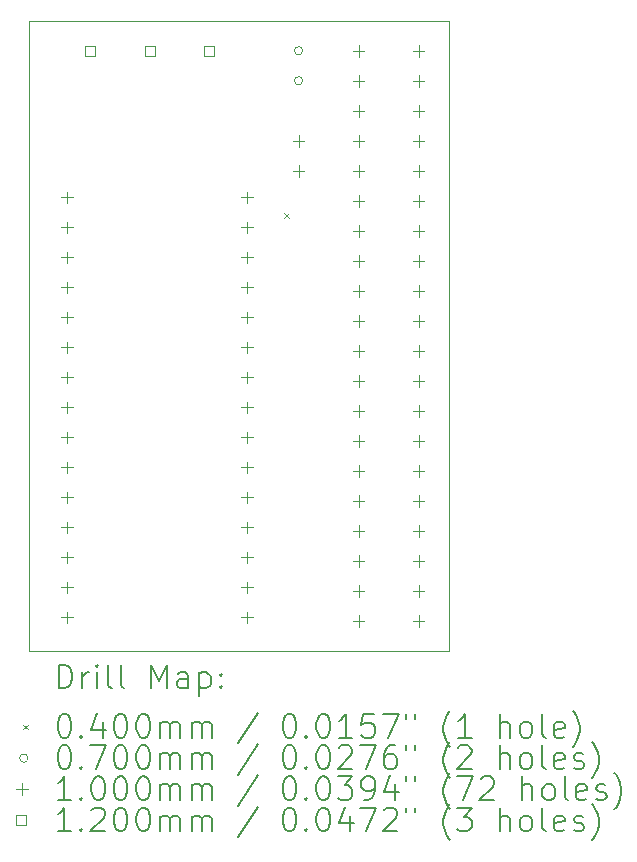
<source format=gbr>
%TF.GenerationSoftware,KiCad,Pcbnew,7.0.9*%
%TF.CreationDate,2023-11-19T21:06:34+01:00*%
%TF.ProjectId,arduino_display_board,61726475-696e-46f5-9f64-6973706c6179,rev?*%
%TF.SameCoordinates,Original*%
%TF.FileFunction,Drillmap*%
%TF.FilePolarity,Positive*%
%FSLAX45Y45*%
G04 Gerber Fmt 4.5, Leading zero omitted, Abs format (unit mm)*
G04 Created by KiCad (PCBNEW 7.0.9) date 2023-11-19 21:06:34*
%MOMM*%
%LPD*%
G01*
G04 APERTURE LIST*
%ADD10C,0.100000*%
%ADD11C,0.200000*%
%ADD12C,0.120000*%
G04 APERTURE END LIST*
D10*
X5080000Y-9398000D02*
X8636000Y-9398000D01*
X5080000Y-4064000D02*
X5080000Y-9398000D01*
X8636000Y-9398000D02*
X8636000Y-4064000D01*
X8636000Y-4064000D02*
X5080000Y-4064000D01*
D11*
D10*
X7243820Y-5695280D02*
X7283820Y-5735280D01*
X7283820Y-5695280D02*
X7243820Y-5735280D01*
X7401000Y-4318000D02*
G75*
G03*
X7401000Y-4318000I-35000J0D01*
G01*
X7401000Y-4572000D02*
G75*
G03*
X7401000Y-4572000I-35000J0D01*
G01*
X5406000Y-5510000D02*
X5406000Y-5610000D01*
X5356000Y-5560000D02*
X5456000Y-5560000D01*
X5406000Y-5764000D02*
X5406000Y-5864000D01*
X5356000Y-5814000D02*
X5456000Y-5814000D01*
X5406000Y-6018000D02*
X5406000Y-6118000D01*
X5356000Y-6068000D02*
X5456000Y-6068000D01*
X5406000Y-6272000D02*
X5406000Y-6372000D01*
X5356000Y-6322000D02*
X5456000Y-6322000D01*
X5406000Y-6526000D02*
X5406000Y-6626000D01*
X5356000Y-6576000D02*
X5456000Y-6576000D01*
X5406000Y-6780000D02*
X5406000Y-6880000D01*
X5356000Y-6830000D02*
X5456000Y-6830000D01*
X5406000Y-7034000D02*
X5406000Y-7134000D01*
X5356000Y-7084000D02*
X5456000Y-7084000D01*
X5406000Y-7288000D02*
X5406000Y-7388000D01*
X5356000Y-7338000D02*
X5456000Y-7338000D01*
X5406000Y-7542000D02*
X5406000Y-7642000D01*
X5356000Y-7592000D02*
X5456000Y-7592000D01*
X5406000Y-7796000D02*
X5406000Y-7896000D01*
X5356000Y-7846000D02*
X5456000Y-7846000D01*
X5406000Y-8050000D02*
X5406000Y-8150000D01*
X5356000Y-8100000D02*
X5456000Y-8100000D01*
X5406000Y-8304000D02*
X5406000Y-8404000D01*
X5356000Y-8354000D02*
X5456000Y-8354000D01*
X5406000Y-8558000D02*
X5406000Y-8658000D01*
X5356000Y-8608000D02*
X5456000Y-8608000D01*
X5406000Y-8812000D02*
X5406000Y-8912000D01*
X5356000Y-8862000D02*
X5456000Y-8862000D01*
X5406000Y-9066000D02*
X5406000Y-9166000D01*
X5356000Y-9116000D02*
X5456000Y-9116000D01*
X6930000Y-5510000D02*
X6930000Y-5610000D01*
X6880000Y-5560000D02*
X6980000Y-5560000D01*
X6930000Y-5764000D02*
X6930000Y-5864000D01*
X6880000Y-5814000D02*
X6980000Y-5814000D01*
X6930000Y-6018000D02*
X6930000Y-6118000D01*
X6880000Y-6068000D02*
X6980000Y-6068000D01*
X6930000Y-6272000D02*
X6930000Y-6372000D01*
X6880000Y-6322000D02*
X6980000Y-6322000D01*
X6930000Y-6526000D02*
X6930000Y-6626000D01*
X6880000Y-6576000D02*
X6980000Y-6576000D01*
X6930000Y-6780000D02*
X6930000Y-6880000D01*
X6880000Y-6830000D02*
X6980000Y-6830000D01*
X6930000Y-7034000D02*
X6930000Y-7134000D01*
X6880000Y-7084000D02*
X6980000Y-7084000D01*
X6930000Y-7288000D02*
X6930000Y-7388000D01*
X6880000Y-7338000D02*
X6980000Y-7338000D01*
X6930000Y-7542000D02*
X6930000Y-7642000D01*
X6880000Y-7592000D02*
X6980000Y-7592000D01*
X6930000Y-7796000D02*
X6930000Y-7896000D01*
X6880000Y-7846000D02*
X6980000Y-7846000D01*
X6930000Y-8050000D02*
X6930000Y-8150000D01*
X6880000Y-8100000D02*
X6980000Y-8100000D01*
X6930000Y-8304000D02*
X6930000Y-8404000D01*
X6880000Y-8354000D02*
X6980000Y-8354000D01*
X6930000Y-8558000D02*
X6930000Y-8658000D01*
X6880000Y-8608000D02*
X6980000Y-8608000D01*
X6930000Y-8812000D02*
X6930000Y-8912000D01*
X6880000Y-8862000D02*
X6980000Y-8862000D01*
X6930000Y-9066000D02*
X6930000Y-9166000D01*
X6880000Y-9116000D02*
X6980000Y-9116000D01*
X7366000Y-5030000D02*
X7366000Y-5130000D01*
X7316000Y-5080000D02*
X7416000Y-5080000D01*
X7366000Y-5284000D02*
X7366000Y-5384000D01*
X7316000Y-5334000D02*
X7416000Y-5334000D01*
X7874000Y-4268000D02*
X7874000Y-4368000D01*
X7824000Y-4318000D02*
X7924000Y-4318000D01*
X7874000Y-4522000D02*
X7874000Y-4622000D01*
X7824000Y-4572000D02*
X7924000Y-4572000D01*
X7874000Y-4776000D02*
X7874000Y-4876000D01*
X7824000Y-4826000D02*
X7924000Y-4826000D01*
X7874000Y-5030000D02*
X7874000Y-5130000D01*
X7824000Y-5080000D02*
X7924000Y-5080000D01*
X7874000Y-5284000D02*
X7874000Y-5384000D01*
X7824000Y-5334000D02*
X7924000Y-5334000D01*
X7874000Y-5538000D02*
X7874000Y-5638000D01*
X7824000Y-5588000D02*
X7924000Y-5588000D01*
X7874000Y-5792000D02*
X7874000Y-5892000D01*
X7824000Y-5842000D02*
X7924000Y-5842000D01*
X7874000Y-6046000D02*
X7874000Y-6146000D01*
X7824000Y-6096000D02*
X7924000Y-6096000D01*
X7874000Y-6300000D02*
X7874000Y-6400000D01*
X7824000Y-6350000D02*
X7924000Y-6350000D01*
X7874000Y-6554000D02*
X7874000Y-6654000D01*
X7824000Y-6604000D02*
X7924000Y-6604000D01*
X7874000Y-6808000D02*
X7874000Y-6908000D01*
X7824000Y-6858000D02*
X7924000Y-6858000D01*
X7874000Y-7062000D02*
X7874000Y-7162000D01*
X7824000Y-7112000D02*
X7924000Y-7112000D01*
X7874000Y-7316000D02*
X7874000Y-7416000D01*
X7824000Y-7366000D02*
X7924000Y-7366000D01*
X7874000Y-7570000D02*
X7874000Y-7670000D01*
X7824000Y-7620000D02*
X7924000Y-7620000D01*
X7874000Y-7824000D02*
X7874000Y-7924000D01*
X7824000Y-7874000D02*
X7924000Y-7874000D01*
X7874000Y-8078000D02*
X7874000Y-8178000D01*
X7824000Y-8128000D02*
X7924000Y-8128000D01*
X7874000Y-8332000D02*
X7874000Y-8432000D01*
X7824000Y-8382000D02*
X7924000Y-8382000D01*
X7874000Y-8586000D02*
X7874000Y-8686000D01*
X7824000Y-8636000D02*
X7924000Y-8636000D01*
X7874000Y-8840000D02*
X7874000Y-8940000D01*
X7824000Y-8890000D02*
X7924000Y-8890000D01*
X7874000Y-9094000D02*
X7874000Y-9194000D01*
X7824000Y-9144000D02*
X7924000Y-9144000D01*
X8382000Y-4268000D02*
X8382000Y-4368000D01*
X8332000Y-4318000D02*
X8432000Y-4318000D01*
X8382000Y-4522000D02*
X8382000Y-4622000D01*
X8332000Y-4572000D02*
X8432000Y-4572000D01*
X8382000Y-4776000D02*
X8382000Y-4876000D01*
X8332000Y-4826000D02*
X8432000Y-4826000D01*
X8382000Y-5030000D02*
X8382000Y-5130000D01*
X8332000Y-5080000D02*
X8432000Y-5080000D01*
X8382000Y-5284000D02*
X8382000Y-5384000D01*
X8332000Y-5334000D02*
X8432000Y-5334000D01*
X8382000Y-5538000D02*
X8382000Y-5638000D01*
X8332000Y-5588000D02*
X8432000Y-5588000D01*
X8382000Y-5792000D02*
X8382000Y-5892000D01*
X8332000Y-5842000D02*
X8432000Y-5842000D01*
X8382000Y-6046000D02*
X8382000Y-6146000D01*
X8332000Y-6096000D02*
X8432000Y-6096000D01*
X8382000Y-6300000D02*
X8382000Y-6400000D01*
X8332000Y-6350000D02*
X8432000Y-6350000D01*
X8382000Y-6554000D02*
X8382000Y-6654000D01*
X8332000Y-6604000D02*
X8432000Y-6604000D01*
X8382000Y-6808000D02*
X8382000Y-6908000D01*
X8332000Y-6858000D02*
X8432000Y-6858000D01*
X8382000Y-7062000D02*
X8382000Y-7162000D01*
X8332000Y-7112000D02*
X8432000Y-7112000D01*
X8382000Y-7316000D02*
X8382000Y-7416000D01*
X8332000Y-7366000D02*
X8432000Y-7366000D01*
X8382000Y-7570000D02*
X8382000Y-7670000D01*
X8332000Y-7620000D02*
X8432000Y-7620000D01*
X8382000Y-7824000D02*
X8382000Y-7924000D01*
X8332000Y-7874000D02*
X8432000Y-7874000D01*
X8382000Y-8078000D02*
X8382000Y-8178000D01*
X8332000Y-8128000D02*
X8432000Y-8128000D01*
X8382000Y-8332000D02*
X8382000Y-8432000D01*
X8332000Y-8382000D02*
X8432000Y-8382000D01*
X8382000Y-8586000D02*
X8382000Y-8686000D01*
X8332000Y-8636000D02*
X8432000Y-8636000D01*
X8382000Y-8840000D02*
X8382000Y-8940000D01*
X8332000Y-8890000D02*
X8432000Y-8890000D01*
X8382000Y-9094000D02*
X8382000Y-9194000D01*
X8332000Y-9144000D02*
X8432000Y-9144000D01*
D12*
X5646427Y-4360427D02*
X5646427Y-4275573D01*
X5561573Y-4275573D01*
X5561573Y-4360427D01*
X5646427Y-4360427D01*
X6146427Y-4360427D02*
X6146427Y-4275573D01*
X6061573Y-4275573D01*
X6061573Y-4360427D01*
X6146427Y-4360427D01*
X6646427Y-4360427D02*
X6646427Y-4275573D01*
X6561573Y-4275573D01*
X6561573Y-4360427D01*
X6646427Y-4360427D01*
D11*
X5335777Y-9714484D02*
X5335777Y-9514484D01*
X5335777Y-9514484D02*
X5383396Y-9514484D01*
X5383396Y-9514484D02*
X5411967Y-9524008D01*
X5411967Y-9524008D02*
X5431015Y-9543055D01*
X5431015Y-9543055D02*
X5440539Y-9562103D01*
X5440539Y-9562103D02*
X5450063Y-9600198D01*
X5450063Y-9600198D02*
X5450063Y-9628770D01*
X5450063Y-9628770D02*
X5440539Y-9666865D01*
X5440539Y-9666865D02*
X5431015Y-9685912D01*
X5431015Y-9685912D02*
X5411967Y-9704960D01*
X5411967Y-9704960D02*
X5383396Y-9714484D01*
X5383396Y-9714484D02*
X5335777Y-9714484D01*
X5535777Y-9714484D02*
X5535777Y-9581150D01*
X5535777Y-9619246D02*
X5545301Y-9600198D01*
X5545301Y-9600198D02*
X5554824Y-9590674D01*
X5554824Y-9590674D02*
X5573872Y-9581150D01*
X5573872Y-9581150D02*
X5592920Y-9581150D01*
X5659586Y-9714484D02*
X5659586Y-9581150D01*
X5659586Y-9514484D02*
X5650062Y-9524008D01*
X5650062Y-9524008D02*
X5659586Y-9533531D01*
X5659586Y-9533531D02*
X5669110Y-9524008D01*
X5669110Y-9524008D02*
X5659586Y-9514484D01*
X5659586Y-9514484D02*
X5659586Y-9533531D01*
X5783396Y-9714484D02*
X5764348Y-9704960D01*
X5764348Y-9704960D02*
X5754824Y-9685912D01*
X5754824Y-9685912D02*
X5754824Y-9514484D01*
X5888158Y-9714484D02*
X5869110Y-9704960D01*
X5869110Y-9704960D02*
X5859586Y-9685912D01*
X5859586Y-9685912D02*
X5859586Y-9514484D01*
X6116729Y-9714484D02*
X6116729Y-9514484D01*
X6116729Y-9514484D02*
X6183396Y-9657341D01*
X6183396Y-9657341D02*
X6250062Y-9514484D01*
X6250062Y-9514484D02*
X6250062Y-9714484D01*
X6431015Y-9714484D02*
X6431015Y-9609722D01*
X6431015Y-9609722D02*
X6421491Y-9590674D01*
X6421491Y-9590674D02*
X6402443Y-9581150D01*
X6402443Y-9581150D02*
X6364348Y-9581150D01*
X6364348Y-9581150D02*
X6345301Y-9590674D01*
X6431015Y-9704960D02*
X6411967Y-9714484D01*
X6411967Y-9714484D02*
X6364348Y-9714484D01*
X6364348Y-9714484D02*
X6345301Y-9704960D01*
X6345301Y-9704960D02*
X6335777Y-9685912D01*
X6335777Y-9685912D02*
X6335777Y-9666865D01*
X6335777Y-9666865D02*
X6345301Y-9647817D01*
X6345301Y-9647817D02*
X6364348Y-9638293D01*
X6364348Y-9638293D02*
X6411967Y-9638293D01*
X6411967Y-9638293D02*
X6431015Y-9628770D01*
X6526253Y-9581150D02*
X6526253Y-9781150D01*
X6526253Y-9590674D02*
X6545301Y-9581150D01*
X6545301Y-9581150D02*
X6583396Y-9581150D01*
X6583396Y-9581150D02*
X6602443Y-9590674D01*
X6602443Y-9590674D02*
X6611967Y-9600198D01*
X6611967Y-9600198D02*
X6621491Y-9619246D01*
X6621491Y-9619246D02*
X6621491Y-9676389D01*
X6621491Y-9676389D02*
X6611967Y-9695436D01*
X6611967Y-9695436D02*
X6602443Y-9704960D01*
X6602443Y-9704960D02*
X6583396Y-9714484D01*
X6583396Y-9714484D02*
X6545301Y-9714484D01*
X6545301Y-9714484D02*
X6526253Y-9704960D01*
X6707205Y-9695436D02*
X6716729Y-9704960D01*
X6716729Y-9704960D02*
X6707205Y-9714484D01*
X6707205Y-9714484D02*
X6697682Y-9704960D01*
X6697682Y-9704960D02*
X6707205Y-9695436D01*
X6707205Y-9695436D02*
X6707205Y-9714484D01*
X6707205Y-9590674D02*
X6716729Y-9600198D01*
X6716729Y-9600198D02*
X6707205Y-9609722D01*
X6707205Y-9609722D02*
X6697682Y-9600198D01*
X6697682Y-9600198D02*
X6707205Y-9590674D01*
X6707205Y-9590674D02*
X6707205Y-9609722D01*
D10*
X5035000Y-10023000D02*
X5075000Y-10063000D01*
X5075000Y-10023000D02*
X5035000Y-10063000D01*
D11*
X5373872Y-9934484D02*
X5392920Y-9934484D01*
X5392920Y-9934484D02*
X5411967Y-9944008D01*
X5411967Y-9944008D02*
X5421491Y-9953531D01*
X5421491Y-9953531D02*
X5431015Y-9972579D01*
X5431015Y-9972579D02*
X5440539Y-10010674D01*
X5440539Y-10010674D02*
X5440539Y-10058293D01*
X5440539Y-10058293D02*
X5431015Y-10096389D01*
X5431015Y-10096389D02*
X5421491Y-10115436D01*
X5421491Y-10115436D02*
X5411967Y-10124960D01*
X5411967Y-10124960D02*
X5392920Y-10134484D01*
X5392920Y-10134484D02*
X5373872Y-10134484D01*
X5373872Y-10134484D02*
X5354824Y-10124960D01*
X5354824Y-10124960D02*
X5345301Y-10115436D01*
X5345301Y-10115436D02*
X5335777Y-10096389D01*
X5335777Y-10096389D02*
X5326253Y-10058293D01*
X5326253Y-10058293D02*
X5326253Y-10010674D01*
X5326253Y-10010674D02*
X5335777Y-9972579D01*
X5335777Y-9972579D02*
X5345301Y-9953531D01*
X5345301Y-9953531D02*
X5354824Y-9944008D01*
X5354824Y-9944008D02*
X5373872Y-9934484D01*
X5526253Y-10115436D02*
X5535777Y-10124960D01*
X5535777Y-10124960D02*
X5526253Y-10134484D01*
X5526253Y-10134484D02*
X5516729Y-10124960D01*
X5516729Y-10124960D02*
X5526253Y-10115436D01*
X5526253Y-10115436D02*
X5526253Y-10134484D01*
X5707205Y-10001150D02*
X5707205Y-10134484D01*
X5659586Y-9924960D02*
X5611967Y-10067817D01*
X5611967Y-10067817D02*
X5735777Y-10067817D01*
X5850062Y-9934484D02*
X5869110Y-9934484D01*
X5869110Y-9934484D02*
X5888158Y-9944008D01*
X5888158Y-9944008D02*
X5897682Y-9953531D01*
X5897682Y-9953531D02*
X5907205Y-9972579D01*
X5907205Y-9972579D02*
X5916729Y-10010674D01*
X5916729Y-10010674D02*
X5916729Y-10058293D01*
X5916729Y-10058293D02*
X5907205Y-10096389D01*
X5907205Y-10096389D02*
X5897682Y-10115436D01*
X5897682Y-10115436D02*
X5888158Y-10124960D01*
X5888158Y-10124960D02*
X5869110Y-10134484D01*
X5869110Y-10134484D02*
X5850062Y-10134484D01*
X5850062Y-10134484D02*
X5831015Y-10124960D01*
X5831015Y-10124960D02*
X5821491Y-10115436D01*
X5821491Y-10115436D02*
X5811967Y-10096389D01*
X5811967Y-10096389D02*
X5802443Y-10058293D01*
X5802443Y-10058293D02*
X5802443Y-10010674D01*
X5802443Y-10010674D02*
X5811967Y-9972579D01*
X5811967Y-9972579D02*
X5821491Y-9953531D01*
X5821491Y-9953531D02*
X5831015Y-9944008D01*
X5831015Y-9944008D02*
X5850062Y-9934484D01*
X6040539Y-9934484D02*
X6059586Y-9934484D01*
X6059586Y-9934484D02*
X6078634Y-9944008D01*
X6078634Y-9944008D02*
X6088158Y-9953531D01*
X6088158Y-9953531D02*
X6097682Y-9972579D01*
X6097682Y-9972579D02*
X6107205Y-10010674D01*
X6107205Y-10010674D02*
X6107205Y-10058293D01*
X6107205Y-10058293D02*
X6097682Y-10096389D01*
X6097682Y-10096389D02*
X6088158Y-10115436D01*
X6088158Y-10115436D02*
X6078634Y-10124960D01*
X6078634Y-10124960D02*
X6059586Y-10134484D01*
X6059586Y-10134484D02*
X6040539Y-10134484D01*
X6040539Y-10134484D02*
X6021491Y-10124960D01*
X6021491Y-10124960D02*
X6011967Y-10115436D01*
X6011967Y-10115436D02*
X6002443Y-10096389D01*
X6002443Y-10096389D02*
X5992920Y-10058293D01*
X5992920Y-10058293D02*
X5992920Y-10010674D01*
X5992920Y-10010674D02*
X6002443Y-9972579D01*
X6002443Y-9972579D02*
X6011967Y-9953531D01*
X6011967Y-9953531D02*
X6021491Y-9944008D01*
X6021491Y-9944008D02*
X6040539Y-9934484D01*
X6192920Y-10134484D02*
X6192920Y-10001150D01*
X6192920Y-10020198D02*
X6202443Y-10010674D01*
X6202443Y-10010674D02*
X6221491Y-10001150D01*
X6221491Y-10001150D02*
X6250063Y-10001150D01*
X6250063Y-10001150D02*
X6269110Y-10010674D01*
X6269110Y-10010674D02*
X6278634Y-10029722D01*
X6278634Y-10029722D02*
X6278634Y-10134484D01*
X6278634Y-10029722D02*
X6288158Y-10010674D01*
X6288158Y-10010674D02*
X6307205Y-10001150D01*
X6307205Y-10001150D02*
X6335777Y-10001150D01*
X6335777Y-10001150D02*
X6354824Y-10010674D01*
X6354824Y-10010674D02*
X6364348Y-10029722D01*
X6364348Y-10029722D02*
X6364348Y-10134484D01*
X6459586Y-10134484D02*
X6459586Y-10001150D01*
X6459586Y-10020198D02*
X6469110Y-10010674D01*
X6469110Y-10010674D02*
X6488158Y-10001150D01*
X6488158Y-10001150D02*
X6516729Y-10001150D01*
X6516729Y-10001150D02*
X6535777Y-10010674D01*
X6535777Y-10010674D02*
X6545301Y-10029722D01*
X6545301Y-10029722D02*
X6545301Y-10134484D01*
X6545301Y-10029722D02*
X6554824Y-10010674D01*
X6554824Y-10010674D02*
X6573872Y-10001150D01*
X6573872Y-10001150D02*
X6602443Y-10001150D01*
X6602443Y-10001150D02*
X6621491Y-10010674D01*
X6621491Y-10010674D02*
X6631015Y-10029722D01*
X6631015Y-10029722D02*
X6631015Y-10134484D01*
X7021491Y-9924960D02*
X6850063Y-10182103D01*
X7278634Y-9934484D02*
X7297682Y-9934484D01*
X7297682Y-9934484D02*
X7316729Y-9944008D01*
X7316729Y-9944008D02*
X7326253Y-9953531D01*
X7326253Y-9953531D02*
X7335777Y-9972579D01*
X7335777Y-9972579D02*
X7345301Y-10010674D01*
X7345301Y-10010674D02*
X7345301Y-10058293D01*
X7345301Y-10058293D02*
X7335777Y-10096389D01*
X7335777Y-10096389D02*
X7326253Y-10115436D01*
X7326253Y-10115436D02*
X7316729Y-10124960D01*
X7316729Y-10124960D02*
X7297682Y-10134484D01*
X7297682Y-10134484D02*
X7278634Y-10134484D01*
X7278634Y-10134484D02*
X7259586Y-10124960D01*
X7259586Y-10124960D02*
X7250063Y-10115436D01*
X7250063Y-10115436D02*
X7240539Y-10096389D01*
X7240539Y-10096389D02*
X7231015Y-10058293D01*
X7231015Y-10058293D02*
X7231015Y-10010674D01*
X7231015Y-10010674D02*
X7240539Y-9972579D01*
X7240539Y-9972579D02*
X7250063Y-9953531D01*
X7250063Y-9953531D02*
X7259586Y-9944008D01*
X7259586Y-9944008D02*
X7278634Y-9934484D01*
X7431015Y-10115436D02*
X7440539Y-10124960D01*
X7440539Y-10124960D02*
X7431015Y-10134484D01*
X7431015Y-10134484D02*
X7421491Y-10124960D01*
X7421491Y-10124960D02*
X7431015Y-10115436D01*
X7431015Y-10115436D02*
X7431015Y-10134484D01*
X7564348Y-9934484D02*
X7583396Y-9934484D01*
X7583396Y-9934484D02*
X7602444Y-9944008D01*
X7602444Y-9944008D02*
X7611967Y-9953531D01*
X7611967Y-9953531D02*
X7621491Y-9972579D01*
X7621491Y-9972579D02*
X7631015Y-10010674D01*
X7631015Y-10010674D02*
X7631015Y-10058293D01*
X7631015Y-10058293D02*
X7621491Y-10096389D01*
X7621491Y-10096389D02*
X7611967Y-10115436D01*
X7611967Y-10115436D02*
X7602444Y-10124960D01*
X7602444Y-10124960D02*
X7583396Y-10134484D01*
X7583396Y-10134484D02*
X7564348Y-10134484D01*
X7564348Y-10134484D02*
X7545301Y-10124960D01*
X7545301Y-10124960D02*
X7535777Y-10115436D01*
X7535777Y-10115436D02*
X7526253Y-10096389D01*
X7526253Y-10096389D02*
X7516729Y-10058293D01*
X7516729Y-10058293D02*
X7516729Y-10010674D01*
X7516729Y-10010674D02*
X7526253Y-9972579D01*
X7526253Y-9972579D02*
X7535777Y-9953531D01*
X7535777Y-9953531D02*
X7545301Y-9944008D01*
X7545301Y-9944008D02*
X7564348Y-9934484D01*
X7821491Y-10134484D02*
X7707206Y-10134484D01*
X7764348Y-10134484D02*
X7764348Y-9934484D01*
X7764348Y-9934484D02*
X7745301Y-9963055D01*
X7745301Y-9963055D02*
X7726253Y-9982103D01*
X7726253Y-9982103D02*
X7707206Y-9991627D01*
X8002444Y-9934484D02*
X7907206Y-9934484D01*
X7907206Y-9934484D02*
X7897682Y-10029722D01*
X7897682Y-10029722D02*
X7907206Y-10020198D01*
X7907206Y-10020198D02*
X7926253Y-10010674D01*
X7926253Y-10010674D02*
X7973872Y-10010674D01*
X7973872Y-10010674D02*
X7992920Y-10020198D01*
X7992920Y-10020198D02*
X8002444Y-10029722D01*
X8002444Y-10029722D02*
X8011967Y-10048770D01*
X8011967Y-10048770D02*
X8011967Y-10096389D01*
X8011967Y-10096389D02*
X8002444Y-10115436D01*
X8002444Y-10115436D02*
X7992920Y-10124960D01*
X7992920Y-10124960D02*
X7973872Y-10134484D01*
X7973872Y-10134484D02*
X7926253Y-10134484D01*
X7926253Y-10134484D02*
X7907206Y-10124960D01*
X7907206Y-10124960D02*
X7897682Y-10115436D01*
X8078634Y-9934484D02*
X8211967Y-9934484D01*
X8211967Y-9934484D02*
X8126253Y-10134484D01*
X8278634Y-9934484D02*
X8278634Y-9972579D01*
X8354825Y-9934484D02*
X8354825Y-9972579D01*
X8650063Y-10210674D02*
X8640539Y-10201150D01*
X8640539Y-10201150D02*
X8621491Y-10172579D01*
X8621491Y-10172579D02*
X8611968Y-10153531D01*
X8611968Y-10153531D02*
X8602444Y-10124960D01*
X8602444Y-10124960D02*
X8592920Y-10077341D01*
X8592920Y-10077341D02*
X8592920Y-10039246D01*
X8592920Y-10039246D02*
X8602444Y-9991627D01*
X8602444Y-9991627D02*
X8611968Y-9963055D01*
X8611968Y-9963055D02*
X8621491Y-9944008D01*
X8621491Y-9944008D02*
X8640539Y-9915436D01*
X8640539Y-9915436D02*
X8650063Y-9905912D01*
X8831015Y-10134484D02*
X8716730Y-10134484D01*
X8773872Y-10134484D02*
X8773872Y-9934484D01*
X8773872Y-9934484D02*
X8754825Y-9963055D01*
X8754825Y-9963055D02*
X8735777Y-9982103D01*
X8735777Y-9982103D02*
X8716730Y-9991627D01*
X9069111Y-10134484D02*
X9069111Y-9934484D01*
X9154825Y-10134484D02*
X9154825Y-10029722D01*
X9154825Y-10029722D02*
X9145301Y-10010674D01*
X9145301Y-10010674D02*
X9126253Y-10001150D01*
X9126253Y-10001150D02*
X9097682Y-10001150D01*
X9097682Y-10001150D02*
X9078634Y-10010674D01*
X9078634Y-10010674D02*
X9069111Y-10020198D01*
X9278634Y-10134484D02*
X9259587Y-10124960D01*
X9259587Y-10124960D02*
X9250063Y-10115436D01*
X9250063Y-10115436D02*
X9240539Y-10096389D01*
X9240539Y-10096389D02*
X9240539Y-10039246D01*
X9240539Y-10039246D02*
X9250063Y-10020198D01*
X9250063Y-10020198D02*
X9259587Y-10010674D01*
X9259587Y-10010674D02*
X9278634Y-10001150D01*
X9278634Y-10001150D02*
X9307206Y-10001150D01*
X9307206Y-10001150D02*
X9326253Y-10010674D01*
X9326253Y-10010674D02*
X9335777Y-10020198D01*
X9335777Y-10020198D02*
X9345301Y-10039246D01*
X9345301Y-10039246D02*
X9345301Y-10096389D01*
X9345301Y-10096389D02*
X9335777Y-10115436D01*
X9335777Y-10115436D02*
X9326253Y-10124960D01*
X9326253Y-10124960D02*
X9307206Y-10134484D01*
X9307206Y-10134484D02*
X9278634Y-10134484D01*
X9459587Y-10134484D02*
X9440539Y-10124960D01*
X9440539Y-10124960D02*
X9431015Y-10105912D01*
X9431015Y-10105912D02*
X9431015Y-9934484D01*
X9611968Y-10124960D02*
X9592920Y-10134484D01*
X9592920Y-10134484D02*
X9554825Y-10134484D01*
X9554825Y-10134484D02*
X9535777Y-10124960D01*
X9535777Y-10124960D02*
X9526253Y-10105912D01*
X9526253Y-10105912D02*
X9526253Y-10029722D01*
X9526253Y-10029722D02*
X9535777Y-10010674D01*
X9535777Y-10010674D02*
X9554825Y-10001150D01*
X9554825Y-10001150D02*
X9592920Y-10001150D01*
X9592920Y-10001150D02*
X9611968Y-10010674D01*
X9611968Y-10010674D02*
X9621492Y-10029722D01*
X9621492Y-10029722D02*
X9621492Y-10048770D01*
X9621492Y-10048770D02*
X9526253Y-10067817D01*
X9688158Y-10210674D02*
X9697682Y-10201150D01*
X9697682Y-10201150D02*
X9716730Y-10172579D01*
X9716730Y-10172579D02*
X9726253Y-10153531D01*
X9726253Y-10153531D02*
X9735777Y-10124960D01*
X9735777Y-10124960D02*
X9745301Y-10077341D01*
X9745301Y-10077341D02*
X9745301Y-10039246D01*
X9745301Y-10039246D02*
X9735777Y-9991627D01*
X9735777Y-9991627D02*
X9726253Y-9963055D01*
X9726253Y-9963055D02*
X9716730Y-9944008D01*
X9716730Y-9944008D02*
X9697682Y-9915436D01*
X9697682Y-9915436D02*
X9688158Y-9905912D01*
D10*
X5075000Y-10307000D02*
G75*
G03*
X5075000Y-10307000I-35000J0D01*
G01*
D11*
X5373872Y-10198484D02*
X5392920Y-10198484D01*
X5392920Y-10198484D02*
X5411967Y-10208008D01*
X5411967Y-10208008D02*
X5421491Y-10217531D01*
X5421491Y-10217531D02*
X5431015Y-10236579D01*
X5431015Y-10236579D02*
X5440539Y-10274674D01*
X5440539Y-10274674D02*
X5440539Y-10322293D01*
X5440539Y-10322293D02*
X5431015Y-10360389D01*
X5431015Y-10360389D02*
X5421491Y-10379436D01*
X5421491Y-10379436D02*
X5411967Y-10388960D01*
X5411967Y-10388960D02*
X5392920Y-10398484D01*
X5392920Y-10398484D02*
X5373872Y-10398484D01*
X5373872Y-10398484D02*
X5354824Y-10388960D01*
X5354824Y-10388960D02*
X5345301Y-10379436D01*
X5345301Y-10379436D02*
X5335777Y-10360389D01*
X5335777Y-10360389D02*
X5326253Y-10322293D01*
X5326253Y-10322293D02*
X5326253Y-10274674D01*
X5326253Y-10274674D02*
X5335777Y-10236579D01*
X5335777Y-10236579D02*
X5345301Y-10217531D01*
X5345301Y-10217531D02*
X5354824Y-10208008D01*
X5354824Y-10208008D02*
X5373872Y-10198484D01*
X5526253Y-10379436D02*
X5535777Y-10388960D01*
X5535777Y-10388960D02*
X5526253Y-10398484D01*
X5526253Y-10398484D02*
X5516729Y-10388960D01*
X5516729Y-10388960D02*
X5526253Y-10379436D01*
X5526253Y-10379436D02*
X5526253Y-10398484D01*
X5602443Y-10198484D02*
X5735777Y-10198484D01*
X5735777Y-10198484D02*
X5650062Y-10398484D01*
X5850062Y-10198484D02*
X5869110Y-10198484D01*
X5869110Y-10198484D02*
X5888158Y-10208008D01*
X5888158Y-10208008D02*
X5897682Y-10217531D01*
X5897682Y-10217531D02*
X5907205Y-10236579D01*
X5907205Y-10236579D02*
X5916729Y-10274674D01*
X5916729Y-10274674D02*
X5916729Y-10322293D01*
X5916729Y-10322293D02*
X5907205Y-10360389D01*
X5907205Y-10360389D02*
X5897682Y-10379436D01*
X5897682Y-10379436D02*
X5888158Y-10388960D01*
X5888158Y-10388960D02*
X5869110Y-10398484D01*
X5869110Y-10398484D02*
X5850062Y-10398484D01*
X5850062Y-10398484D02*
X5831015Y-10388960D01*
X5831015Y-10388960D02*
X5821491Y-10379436D01*
X5821491Y-10379436D02*
X5811967Y-10360389D01*
X5811967Y-10360389D02*
X5802443Y-10322293D01*
X5802443Y-10322293D02*
X5802443Y-10274674D01*
X5802443Y-10274674D02*
X5811967Y-10236579D01*
X5811967Y-10236579D02*
X5821491Y-10217531D01*
X5821491Y-10217531D02*
X5831015Y-10208008D01*
X5831015Y-10208008D02*
X5850062Y-10198484D01*
X6040539Y-10198484D02*
X6059586Y-10198484D01*
X6059586Y-10198484D02*
X6078634Y-10208008D01*
X6078634Y-10208008D02*
X6088158Y-10217531D01*
X6088158Y-10217531D02*
X6097682Y-10236579D01*
X6097682Y-10236579D02*
X6107205Y-10274674D01*
X6107205Y-10274674D02*
X6107205Y-10322293D01*
X6107205Y-10322293D02*
X6097682Y-10360389D01*
X6097682Y-10360389D02*
X6088158Y-10379436D01*
X6088158Y-10379436D02*
X6078634Y-10388960D01*
X6078634Y-10388960D02*
X6059586Y-10398484D01*
X6059586Y-10398484D02*
X6040539Y-10398484D01*
X6040539Y-10398484D02*
X6021491Y-10388960D01*
X6021491Y-10388960D02*
X6011967Y-10379436D01*
X6011967Y-10379436D02*
X6002443Y-10360389D01*
X6002443Y-10360389D02*
X5992920Y-10322293D01*
X5992920Y-10322293D02*
X5992920Y-10274674D01*
X5992920Y-10274674D02*
X6002443Y-10236579D01*
X6002443Y-10236579D02*
X6011967Y-10217531D01*
X6011967Y-10217531D02*
X6021491Y-10208008D01*
X6021491Y-10208008D02*
X6040539Y-10198484D01*
X6192920Y-10398484D02*
X6192920Y-10265150D01*
X6192920Y-10284198D02*
X6202443Y-10274674D01*
X6202443Y-10274674D02*
X6221491Y-10265150D01*
X6221491Y-10265150D02*
X6250063Y-10265150D01*
X6250063Y-10265150D02*
X6269110Y-10274674D01*
X6269110Y-10274674D02*
X6278634Y-10293722D01*
X6278634Y-10293722D02*
X6278634Y-10398484D01*
X6278634Y-10293722D02*
X6288158Y-10274674D01*
X6288158Y-10274674D02*
X6307205Y-10265150D01*
X6307205Y-10265150D02*
X6335777Y-10265150D01*
X6335777Y-10265150D02*
X6354824Y-10274674D01*
X6354824Y-10274674D02*
X6364348Y-10293722D01*
X6364348Y-10293722D02*
X6364348Y-10398484D01*
X6459586Y-10398484D02*
X6459586Y-10265150D01*
X6459586Y-10284198D02*
X6469110Y-10274674D01*
X6469110Y-10274674D02*
X6488158Y-10265150D01*
X6488158Y-10265150D02*
X6516729Y-10265150D01*
X6516729Y-10265150D02*
X6535777Y-10274674D01*
X6535777Y-10274674D02*
X6545301Y-10293722D01*
X6545301Y-10293722D02*
X6545301Y-10398484D01*
X6545301Y-10293722D02*
X6554824Y-10274674D01*
X6554824Y-10274674D02*
X6573872Y-10265150D01*
X6573872Y-10265150D02*
X6602443Y-10265150D01*
X6602443Y-10265150D02*
X6621491Y-10274674D01*
X6621491Y-10274674D02*
X6631015Y-10293722D01*
X6631015Y-10293722D02*
X6631015Y-10398484D01*
X7021491Y-10188960D02*
X6850063Y-10446103D01*
X7278634Y-10198484D02*
X7297682Y-10198484D01*
X7297682Y-10198484D02*
X7316729Y-10208008D01*
X7316729Y-10208008D02*
X7326253Y-10217531D01*
X7326253Y-10217531D02*
X7335777Y-10236579D01*
X7335777Y-10236579D02*
X7345301Y-10274674D01*
X7345301Y-10274674D02*
X7345301Y-10322293D01*
X7345301Y-10322293D02*
X7335777Y-10360389D01*
X7335777Y-10360389D02*
X7326253Y-10379436D01*
X7326253Y-10379436D02*
X7316729Y-10388960D01*
X7316729Y-10388960D02*
X7297682Y-10398484D01*
X7297682Y-10398484D02*
X7278634Y-10398484D01*
X7278634Y-10398484D02*
X7259586Y-10388960D01*
X7259586Y-10388960D02*
X7250063Y-10379436D01*
X7250063Y-10379436D02*
X7240539Y-10360389D01*
X7240539Y-10360389D02*
X7231015Y-10322293D01*
X7231015Y-10322293D02*
X7231015Y-10274674D01*
X7231015Y-10274674D02*
X7240539Y-10236579D01*
X7240539Y-10236579D02*
X7250063Y-10217531D01*
X7250063Y-10217531D02*
X7259586Y-10208008D01*
X7259586Y-10208008D02*
X7278634Y-10198484D01*
X7431015Y-10379436D02*
X7440539Y-10388960D01*
X7440539Y-10388960D02*
X7431015Y-10398484D01*
X7431015Y-10398484D02*
X7421491Y-10388960D01*
X7421491Y-10388960D02*
X7431015Y-10379436D01*
X7431015Y-10379436D02*
X7431015Y-10398484D01*
X7564348Y-10198484D02*
X7583396Y-10198484D01*
X7583396Y-10198484D02*
X7602444Y-10208008D01*
X7602444Y-10208008D02*
X7611967Y-10217531D01*
X7611967Y-10217531D02*
X7621491Y-10236579D01*
X7621491Y-10236579D02*
X7631015Y-10274674D01*
X7631015Y-10274674D02*
X7631015Y-10322293D01*
X7631015Y-10322293D02*
X7621491Y-10360389D01*
X7621491Y-10360389D02*
X7611967Y-10379436D01*
X7611967Y-10379436D02*
X7602444Y-10388960D01*
X7602444Y-10388960D02*
X7583396Y-10398484D01*
X7583396Y-10398484D02*
X7564348Y-10398484D01*
X7564348Y-10398484D02*
X7545301Y-10388960D01*
X7545301Y-10388960D02*
X7535777Y-10379436D01*
X7535777Y-10379436D02*
X7526253Y-10360389D01*
X7526253Y-10360389D02*
X7516729Y-10322293D01*
X7516729Y-10322293D02*
X7516729Y-10274674D01*
X7516729Y-10274674D02*
X7526253Y-10236579D01*
X7526253Y-10236579D02*
X7535777Y-10217531D01*
X7535777Y-10217531D02*
X7545301Y-10208008D01*
X7545301Y-10208008D02*
X7564348Y-10198484D01*
X7707206Y-10217531D02*
X7716729Y-10208008D01*
X7716729Y-10208008D02*
X7735777Y-10198484D01*
X7735777Y-10198484D02*
X7783396Y-10198484D01*
X7783396Y-10198484D02*
X7802444Y-10208008D01*
X7802444Y-10208008D02*
X7811967Y-10217531D01*
X7811967Y-10217531D02*
X7821491Y-10236579D01*
X7821491Y-10236579D02*
X7821491Y-10255627D01*
X7821491Y-10255627D02*
X7811967Y-10284198D01*
X7811967Y-10284198D02*
X7697682Y-10398484D01*
X7697682Y-10398484D02*
X7821491Y-10398484D01*
X7888158Y-10198484D02*
X8021491Y-10198484D01*
X8021491Y-10198484D02*
X7935777Y-10398484D01*
X8183396Y-10198484D02*
X8145301Y-10198484D01*
X8145301Y-10198484D02*
X8126253Y-10208008D01*
X8126253Y-10208008D02*
X8116729Y-10217531D01*
X8116729Y-10217531D02*
X8097682Y-10246103D01*
X8097682Y-10246103D02*
X8088158Y-10284198D01*
X8088158Y-10284198D02*
X8088158Y-10360389D01*
X8088158Y-10360389D02*
X8097682Y-10379436D01*
X8097682Y-10379436D02*
X8107206Y-10388960D01*
X8107206Y-10388960D02*
X8126253Y-10398484D01*
X8126253Y-10398484D02*
X8164348Y-10398484D01*
X8164348Y-10398484D02*
X8183396Y-10388960D01*
X8183396Y-10388960D02*
X8192920Y-10379436D01*
X8192920Y-10379436D02*
X8202444Y-10360389D01*
X8202444Y-10360389D02*
X8202444Y-10312770D01*
X8202444Y-10312770D02*
X8192920Y-10293722D01*
X8192920Y-10293722D02*
X8183396Y-10284198D01*
X8183396Y-10284198D02*
X8164348Y-10274674D01*
X8164348Y-10274674D02*
X8126253Y-10274674D01*
X8126253Y-10274674D02*
X8107206Y-10284198D01*
X8107206Y-10284198D02*
X8097682Y-10293722D01*
X8097682Y-10293722D02*
X8088158Y-10312770D01*
X8278634Y-10198484D02*
X8278634Y-10236579D01*
X8354825Y-10198484D02*
X8354825Y-10236579D01*
X8650063Y-10474674D02*
X8640539Y-10465150D01*
X8640539Y-10465150D02*
X8621491Y-10436579D01*
X8621491Y-10436579D02*
X8611968Y-10417531D01*
X8611968Y-10417531D02*
X8602444Y-10388960D01*
X8602444Y-10388960D02*
X8592920Y-10341341D01*
X8592920Y-10341341D02*
X8592920Y-10303246D01*
X8592920Y-10303246D02*
X8602444Y-10255627D01*
X8602444Y-10255627D02*
X8611968Y-10227055D01*
X8611968Y-10227055D02*
X8621491Y-10208008D01*
X8621491Y-10208008D02*
X8640539Y-10179436D01*
X8640539Y-10179436D02*
X8650063Y-10169912D01*
X8716730Y-10217531D02*
X8726253Y-10208008D01*
X8726253Y-10208008D02*
X8745301Y-10198484D01*
X8745301Y-10198484D02*
X8792920Y-10198484D01*
X8792920Y-10198484D02*
X8811968Y-10208008D01*
X8811968Y-10208008D02*
X8821491Y-10217531D01*
X8821491Y-10217531D02*
X8831015Y-10236579D01*
X8831015Y-10236579D02*
X8831015Y-10255627D01*
X8831015Y-10255627D02*
X8821491Y-10284198D01*
X8821491Y-10284198D02*
X8707206Y-10398484D01*
X8707206Y-10398484D02*
X8831015Y-10398484D01*
X9069111Y-10398484D02*
X9069111Y-10198484D01*
X9154825Y-10398484D02*
X9154825Y-10293722D01*
X9154825Y-10293722D02*
X9145301Y-10274674D01*
X9145301Y-10274674D02*
X9126253Y-10265150D01*
X9126253Y-10265150D02*
X9097682Y-10265150D01*
X9097682Y-10265150D02*
X9078634Y-10274674D01*
X9078634Y-10274674D02*
X9069111Y-10284198D01*
X9278634Y-10398484D02*
X9259587Y-10388960D01*
X9259587Y-10388960D02*
X9250063Y-10379436D01*
X9250063Y-10379436D02*
X9240539Y-10360389D01*
X9240539Y-10360389D02*
X9240539Y-10303246D01*
X9240539Y-10303246D02*
X9250063Y-10284198D01*
X9250063Y-10284198D02*
X9259587Y-10274674D01*
X9259587Y-10274674D02*
X9278634Y-10265150D01*
X9278634Y-10265150D02*
X9307206Y-10265150D01*
X9307206Y-10265150D02*
X9326253Y-10274674D01*
X9326253Y-10274674D02*
X9335777Y-10284198D01*
X9335777Y-10284198D02*
X9345301Y-10303246D01*
X9345301Y-10303246D02*
X9345301Y-10360389D01*
X9345301Y-10360389D02*
X9335777Y-10379436D01*
X9335777Y-10379436D02*
X9326253Y-10388960D01*
X9326253Y-10388960D02*
X9307206Y-10398484D01*
X9307206Y-10398484D02*
X9278634Y-10398484D01*
X9459587Y-10398484D02*
X9440539Y-10388960D01*
X9440539Y-10388960D02*
X9431015Y-10369912D01*
X9431015Y-10369912D02*
X9431015Y-10198484D01*
X9611968Y-10388960D02*
X9592920Y-10398484D01*
X9592920Y-10398484D02*
X9554825Y-10398484D01*
X9554825Y-10398484D02*
X9535777Y-10388960D01*
X9535777Y-10388960D02*
X9526253Y-10369912D01*
X9526253Y-10369912D02*
X9526253Y-10293722D01*
X9526253Y-10293722D02*
X9535777Y-10274674D01*
X9535777Y-10274674D02*
X9554825Y-10265150D01*
X9554825Y-10265150D02*
X9592920Y-10265150D01*
X9592920Y-10265150D02*
X9611968Y-10274674D01*
X9611968Y-10274674D02*
X9621492Y-10293722D01*
X9621492Y-10293722D02*
X9621492Y-10312770D01*
X9621492Y-10312770D02*
X9526253Y-10331817D01*
X9697682Y-10388960D02*
X9716730Y-10398484D01*
X9716730Y-10398484D02*
X9754825Y-10398484D01*
X9754825Y-10398484D02*
X9773873Y-10388960D01*
X9773873Y-10388960D02*
X9783396Y-10369912D01*
X9783396Y-10369912D02*
X9783396Y-10360389D01*
X9783396Y-10360389D02*
X9773873Y-10341341D01*
X9773873Y-10341341D02*
X9754825Y-10331817D01*
X9754825Y-10331817D02*
X9726253Y-10331817D01*
X9726253Y-10331817D02*
X9707206Y-10322293D01*
X9707206Y-10322293D02*
X9697682Y-10303246D01*
X9697682Y-10303246D02*
X9697682Y-10293722D01*
X9697682Y-10293722D02*
X9707206Y-10274674D01*
X9707206Y-10274674D02*
X9726253Y-10265150D01*
X9726253Y-10265150D02*
X9754825Y-10265150D01*
X9754825Y-10265150D02*
X9773873Y-10274674D01*
X9850063Y-10474674D02*
X9859587Y-10465150D01*
X9859587Y-10465150D02*
X9878634Y-10436579D01*
X9878634Y-10436579D02*
X9888158Y-10417531D01*
X9888158Y-10417531D02*
X9897682Y-10388960D01*
X9897682Y-10388960D02*
X9907206Y-10341341D01*
X9907206Y-10341341D02*
X9907206Y-10303246D01*
X9907206Y-10303246D02*
X9897682Y-10255627D01*
X9897682Y-10255627D02*
X9888158Y-10227055D01*
X9888158Y-10227055D02*
X9878634Y-10208008D01*
X9878634Y-10208008D02*
X9859587Y-10179436D01*
X9859587Y-10179436D02*
X9850063Y-10169912D01*
D10*
X5025000Y-10521000D02*
X5025000Y-10621000D01*
X4975000Y-10571000D02*
X5075000Y-10571000D01*
D11*
X5440539Y-10662484D02*
X5326253Y-10662484D01*
X5383396Y-10662484D02*
X5383396Y-10462484D01*
X5383396Y-10462484D02*
X5364348Y-10491055D01*
X5364348Y-10491055D02*
X5345301Y-10510103D01*
X5345301Y-10510103D02*
X5326253Y-10519627D01*
X5526253Y-10643436D02*
X5535777Y-10652960D01*
X5535777Y-10652960D02*
X5526253Y-10662484D01*
X5526253Y-10662484D02*
X5516729Y-10652960D01*
X5516729Y-10652960D02*
X5526253Y-10643436D01*
X5526253Y-10643436D02*
X5526253Y-10662484D01*
X5659586Y-10462484D02*
X5678634Y-10462484D01*
X5678634Y-10462484D02*
X5697682Y-10472008D01*
X5697682Y-10472008D02*
X5707205Y-10481531D01*
X5707205Y-10481531D02*
X5716729Y-10500579D01*
X5716729Y-10500579D02*
X5726253Y-10538674D01*
X5726253Y-10538674D02*
X5726253Y-10586293D01*
X5726253Y-10586293D02*
X5716729Y-10624389D01*
X5716729Y-10624389D02*
X5707205Y-10643436D01*
X5707205Y-10643436D02*
X5697682Y-10652960D01*
X5697682Y-10652960D02*
X5678634Y-10662484D01*
X5678634Y-10662484D02*
X5659586Y-10662484D01*
X5659586Y-10662484D02*
X5640539Y-10652960D01*
X5640539Y-10652960D02*
X5631015Y-10643436D01*
X5631015Y-10643436D02*
X5621491Y-10624389D01*
X5621491Y-10624389D02*
X5611967Y-10586293D01*
X5611967Y-10586293D02*
X5611967Y-10538674D01*
X5611967Y-10538674D02*
X5621491Y-10500579D01*
X5621491Y-10500579D02*
X5631015Y-10481531D01*
X5631015Y-10481531D02*
X5640539Y-10472008D01*
X5640539Y-10472008D02*
X5659586Y-10462484D01*
X5850062Y-10462484D02*
X5869110Y-10462484D01*
X5869110Y-10462484D02*
X5888158Y-10472008D01*
X5888158Y-10472008D02*
X5897682Y-10481531D01*
X5897682Y-10481531D02*
X5907205Y-10500579D01*
X5907205Y-10500579D02*
X5916729Y-10538674D01*
X5916729Y-10538674D02*
X5916729Y-10586293D01*
X5916729Y-10586293D02*
X5907205Y-10624389D01*
X5907205Y-10624389D02*
X5897682Y-10643436D01*
X5897682Y-10643436D02*
X5888158Y-10652960D01*
X5888158Y-10652960D02*
X5869110Y-10662484D01*
X5869110Y-10662484D02*
X5850062Y-10662484D01*
X5850062Y-10662484D02*
X5831015Y-10652960D01*
X5831015Y-10652960D02*
X5821491Y-10643436D01*
X5821491Y-10643436D02*
X5811967Y-10624389D01*
X5811967Y-10624389D02*
X5802443Y-10586293D01*
X5802443Y-10586293D02*
X5802443Y-10538674D01*
X5802443Y-10538674D02*
X5811967Y-10500579D01*
X5811967Y-10500579D02*
X5821491Y-10481531D01*
X5821491Y-10481531D02*
X5831015Y-10472008D01*
X5831015Y-10472008D02*
X5850062Y-10462484D01*
X6040539Y-10462484D02*
X6059586Y-10462484D01*
X6059586Y-10462484D02*
X6078634Y-10472008D01*
X6078634Y-10472008D02*
X6088158Y-10481531D01*
X6088158Y-10481531D02*
X6097682Y-10500579D01*
X6097682Y-10500579D02*
X6107205Y-10538674D01*
X6107205Y-10538674D02*
X6107205Y-10586293D01*
X6107205Y-10586293D02*
X6097682Y-10624389D01*
X6097682Y-10624389D02*
X6088158Y-10643436D01*
X6088158Y-10643436D02*
X6078634Y-10652960D01*
X6078634Y-10652960D02*
X6059586Y-10662484D01*
X6059586Y-10662484D02*
X6040539Y-10662484D01*
X6040539Y-10662484D02*
X6021491Y-10652960D01*
X6021491Y-10652960D02*
X6011967Y-10643436D01*
X6011967Y-10643436D02*
X6002443Y-10624389D01*
X6002443Y-10624389D02*
X5992920Y-10586293D01*
X5992920Y-10586293D02*
X5992920Y-10538674D01*
X5992920Y-10538674D02*
X6002443Y-10500579D01*
X6002443Y-10500579D02*
X6011967Y-10481531D01*
X6011967Y-10481531D02*
X6021491Y-10472008D01*
X6021491Y-10472008D02*
X6040539Y-10462484D01*
X6192920Y-10662484D02*
X6192920Y-10529150D01*
X6192920Y-10548198D02*
X6202443Y-10538674D01*
X6202443Y-10538674D02*
X6221491Y-10529150D01*
X6221491Y-10529150D02*
X6250063Y-10529150D01*
X6250063Y-10529150D02*
X6269110Y-10538674D01*
X6269110Y-10538674D02*
X6278634Y-10557722D01*
X6278634Y-10557722D02*
X6278634Y-10662484D01*
X6278634Y-10557722D02*
X6288158Y-10538674D01*
X6288158Y-10538674D02*
X6307205Y-10529150D01*
X6307205Y-10529150D02*
X6335777Y-10529150D01*
X6335777Y-10529150D02*
X6354824Y-10538674D01*
X6354824Y-10538674D02*
X6364348Y-10557722D01*
X6364348Y-10557722D02*
X6364348Y-10662484D01*
X6459586Y-10662484D02*
X6459586Y-10529150D01*
X6459586Y-10548198D02*
X6469110Y-10538674D01*
X6469110Y-10538674D02*
X6488158Y-10529150D01*
X6488158Y-10529150D02*
X6516729Y-10529150D01*
X6516729Y-10529150D02*
X6535777Y-10538674D01*
X6535777Y-10538674D02*
X6545301Y-10557722D01*
X6545301Y-10557722D02*
X6545301Y-10662484D01*
X6545301Y-10557722D02*
X6554824Y-10538674D01*
X6554824Y-10538674D02*
X6573872Y-10529150D01*
X6573872Y-10529150D02*
X6602443Y-10529150D01*
X6602443Y-10529150D02*
X6621491Y-10538674D01*
X6621491Y-10538674D02*
X6631015Y-10557722D01*
X6631015Y-10557722D02*
X6631015Y-10662484D01*
X7021491Y-10452960D02*
X6850063Y-10710103D01*
X7278634Y-10462484D02*
X7297682Y-10462484D01*
X7297682Y-10462484D02*
X7316729Y-10472008D01*
X7316729Y-10472008D02*
X7326253Y-10481531D01*
X7326253Y-10481531D02*
X7335777Y-10500579D01*
X7335777Y-10500579D02*
X7345301Y-10538674D01*
X7345301Y-10538674D02*
X7345301Y-10586293D01*
X7345301Y-10586293D02*
X7335777Y-10624389D01*
X7335777Y-10624389D02*
X7326253Y-10643436D01*
X7326253Y-10643436D02*
X7316729Y-10652960D01*
X7316729Y-10652960D02*
X7297682Y-10662484D01*
X7297682Y-10662484D02*
X7278634Y-10662484D01*
X7278634Y-10662484D02*
X7259586Y-10652960D01*
X7259586Y-10652960D02*
X7250063Y-10643436D01*
X7250063Y-10643436D02*
X7240539Y-10624389D01*
X7240539Y-10624389D02*
X7231015Y-10586293D01*
X7231015Y-10586293D02*
X7231015Y-10538674D01*
X7231015Y-10538674D02*
X7240539Y-10500579D01*
X7240539Y-10500579D02*
X7250063Y-10481531D01*
X7250063Y-10481531D02*
X7259586Y-10472008D01*
X7259586Y-10472008D02*
X7278634Y-10462484D01*
X7431015Y-10643436D02*
X7440539Y-10652960D01*
X7440539Y-10652960D02*
X7431015Y-10662484D01*
X7431015Y-10662484D02*
X7421491Y-10652960D01*
X7421491Y-10652960D02*
X7431015Y-10643436D01*
X7431015Y-10643436D02*
X7431015Y-10662484D01*
X7564348Y-10462484D02*
X7583396Y-10462484D01*
X7583396Y-10462484D02*
X7602444Y-10472008D01*
X7602444Y-10472008D02*
X7611967Y-10481531D01*
X7611967Y-10481531D02*
X7621491Y-10500579D01*
X7621491Y-10500579D02*
X7631015Y-10538674D01*
X7631015Y-10538674D02*
X7631015Y-10586293D01*
X7631015Y-10586293D02*
X7621491Y-10624389D01*
X7621491Y-10624389D02*
X7611967Y-10643436D01*
X7611967Y-10643436D02*
X7602444Y-10652960D01*
X7602444Y-10652960D02*
X7583396Y-10662484D01*
X7583396Y-10662484D02*
X7564348Y-10662484D01*
X7564348Y-10662484D02*
X7545301Y-10652960D01*
X7545301Y-10652960D02*
X7535777Y-10643436D01*
X7535777Y-10643436D02*
X7526253Y-10624389D01*
X7526253Y-10624389D02*
X7516729Y-10586293D01*
X7516729Y-10586293D02*
X7516729Y-10538674D01*
X7516729Y-10538674D02*
X7526253Y-10500579D01*
X7526253Y-10500579D02*
X7535777Y-10481531D01*
X7535777Y-10481531D02*
X7545301Y-10472008D01*
X7545301Y-10472008D02*
X7564348Y-10462484D01*
X7697682Y-10462484D02*
X7821491Y-10462484D01*
X7821491Y-10462484D02*
X7754825Y-10538674D01*
X7754825Y-10538674D02*
X7783396Y-10538674D01*
X7783396Y-10538674D02*
X7802444Y-10548198D01*
X7802444Y-10548198D02*
X7811967Y-10557722D01*
X7811967Y-10557722D02*
X7821491Y-10576770D01*
X7821491Y-10576770D02*
X7821491Y-10624389D01*
X7821491Y-10624389D02*
X7811967Y-10643436D01*
X7811967Y-10643436D02*
X7802444Y-10652960D01*
X7802444Y-10652960D02*
X7783396Y-10662484D01*
X7783396Y-10662484D02*
X7726253Y-10662484D01*
X7726253Y-10662484D02*
X7707206Y-10652960D01*
X7707206Y-10652960D02*
X7697682Y-10643436D01*
X7916729Y-10662484D02*
X7954825Y-10662484D01*
X7954825Y-10662484D02*
X7973872Y-10652960D01*
X7973872Y-10652960D02*
X7983396Y-10643436D01*
X7983396Y-10643436D02*
X8002444Y-10614865D01*
X8002444Y-10614865D02*
X8011967Y-10576770D01*
X8011967Y-10576770D02*
X8011967Y-10500579D01*
X8011967Y-10500579D02*
X8002444Y-10481531D01*
X8002444Y-10481531D02*
X7992920Y-10472008D01*
X7992920Y-10472008D02*
X7973872Y-10462484D01*
X7973872Y-10462484D02*
X7935777Y-10462484D01*
X7935777Y-10462484D02*
X7916729Y-10472008D01*
X7916729Y-10472008D02*
X7907206Y-10481531D01*
X7907206Y-10481531D02*
X7897682Y-10500579D01*
X7897682Y-10500579D02*
X7897682Y-10548198D01*
X7897682Y-10548198D02*
X7907206Y-10567246D01*
X7907206Y-10567246D02*
X7916729Y-10576770D01*
X7916729Y-10576770D02*
X7935777Y-10586293D01*
X7935777Y-10586293D02*
X7973872Y-10586293D01*
X7973872Y-10586293D02*
X7992920Y-10576770D01*
X7992920Y-10576770D02*
X8002444Y-10567246D01*
X8002444Y-10567246D02*
X8011967Y-10548198D01*
X8183396Y-10529150D02*
X8183396Y-10662484D01*
X8135777Y-10452960D02*
X8088158Y-10595817D01*
X8088158Y-10595817D02*
X8211967Y-10595817D01*
X8278634Y-10462484D02*
X8278634Y-10500579D01*
X8354825Y-10462484D02*
X8354825Y-10500579D01*
X8650063Y-10738674D02*
X8640539Y-10729150D01*
X8640539Y-10729150D02*
X8621491Y-10700579D01*
X8621491Y-10700579D02*
X8611968Y-10681531D01*
X8611968Y-10681531D02*
X8602444Y-10652960D01*
X8602444Y-10652960D02*
X8592920Y-10605341D01*
X8592920Y-10605341D02*
X8592920Y-10567246D01*
X8592920Y-10567246D02*
X8602444Y-10519627D01*
X8602444Y-10519627D02*
X8611968Y-10491055D01*
X8611968Y-10491055D02*
X8621491Y-10472008D01*
X8621491Y-10472008D02*
X8640539Y-10443436D01*
X8640539Y-10443436D02*
X8650063Y-10433912D01*
X8707206Y-10462484D02*
X8840539Y-10462484D01*
X8840539Y-10462484D02*
X8754825Y-10662484D01*
X8907206Y-10481531D02*
X8916730Y-10472008D01*
X8916730Y-10472008D02*
X8935777Y-10462484D01*
X8935777Y-10462484D02*
X8983396Y-10462484D01*
X8983396Y-10462484D02*
X9002444Y-10472008D01*
X9002444Y-10472008D02*
X9011968Y-10481531D01*
X9011968Y-10481531D02*
X9021491Y-10500579D01*
X9021491Y-10500579D02*
X9021491Y-10519627D01*
X9021491Y-10519627D02*
X9011968Y-10548198D01*
X9011968Y-10548198D02*
X8897682Y-10662484D01*
X8897682Y-10662484D02*
X9021491Y-10662484D01*
X9259587Y-10662484D02*
X9259587Y-10462484D01*
X9345301Y-10662484D02*
X9345301Y-10557722D01*
X9345301Y-10557722D02*
X9335777Y-10538674D01*
X9335777Y-10538674D02*
X9316730Y-10529150D01*
X9316730Y-10529150D02*
X9288158Y-10529150D01*
X9288158Y-10529150D02*
X9269111Y-10538674D01*
X9269111Y-10538674D02*
X9259587Y-10548198D01*
X9469111Y-10662484D02*
X9450063Y-10652960D01*
X9450063Y-10652960D02*
X9440539Y-10643436D01*
X9440539Y-10643436D02*
X9431015Y-10624389D01*
X9431015Y-10624389D02*
X9431015Y-10567246D01*
X9431015Y-10567246D02*
X9440539Y-10548198D01*
X9440539Y-10548198D02*
X9450063Y-10538674D01*
X9450063Y-10538674D02*
X9469111Y-10529150D01*
X9469111Y-10529150D02*
X9497682Y-10529150D01*
X9497682Y-10529150D02*
X9516730Y-10538674D01*
X9516730Y-10538674D02*
X9526253Y-10548198D01*
X9526253Y-10548198D02*
X9535777Y-10567246D01*
X9535777Y-10567246D02*
X9535777Y-10624389D01*
X9535777Y-10624389D02*
X9526253Y-10643436D01*
X9526253Y-10643436D02*
X9516730Y-10652960D01*
X9516730Y-10652960D02*
X9497682Y-10662484D01*
X9497682Y-10662484D02*
X9469111Y-10662484D01*
X9650063Y-10662484D02*
X9631015Y-10652960D01*
X9631015Y-10652960D02*
X9621492Y-10633912D01*
X9621492Y-10633912D02*
X9621492Y-10462484D01*
X9802444Y-10652960D02*
X9783396Y-10662484D01*
X9783396Y-10662484D02*
X9745301Y-10662484D01*
X9745301Y-10662484D02*
X9726253Y-10652960D01*
X9726253Y-10652960D02*
X9716730Y-10633912D01*
X9716730Y-10633912D02*
X9716730Y-10557722D01*
X9716730Y-10557722D02*
X9726253Y-10538674D01*
X9726253Y-10538674D02*
X9745301Y-10529150D01*
X9745301Y-10529150D02*
X9783396Y-10529150D01*
X9783396Y-10529150D02*
X9802444Y-10538674D01*
X9802444Y-10538674D02*
X9811968Y-10557722D01*
X9811968Y-10557722D02*
X9811968Y-10576770D01*
X9811968Y-10576770D02*
X9716730Y-10595817D01*
X9888158Y-10652960D02*
X9907206Y-10662484D01*
X9907206Y-10662484D02*
X9945301Y-10662484D01*
X9945301Y-10662484D02*
X9964349Y-10652960D01*
X9964349Y-10652960D02*
X9973873Y-10633912D01*
X9973873Y-10633912D02*
X9973873Y-10624389D01*
X9973873Y-10624389D02*
X9964349Y-10605341D01*
X9964349Y-10605341D02*
X9945301Y-10595817D01*
X9945301Y-10595817D02*
X9916730Y-10595817D01*
X9916730Y-10595817D02*
X9897682Y-10586293D01*
X9897682Y-10586293D02*
X9888158Y-10567246D01*
X9888158Y-10567246D02*
X9888158Y-10557722D01*
X9888158Y-10557722D02*
X9897682Y-10538674D01*
X9897682Y-10538674D02*
X9916730Y-10529150D01*
X9916730Y-10529150D02*
X9945301Y-10529150D01*
X9945301Y-10529150D02*
X9964349Y-10538674D01*
X10040539Y-10738674D02*
X10050063Y-10729150D01*
X10050063Y-10729150D02*
X10069111Y-10700579D01*
X10069111Y-10700579D02*
X10078634Y-10681531D01*
X10078634Y-10681531D02*
X10088158Y-10652960D01*
X10088158Y-10652960D02*
X10097682Y-10605341D01*
X10097682Y-10605341D02*
X10097682Y-10567246D01*
X10097682Y-10567246D02*
X10088158Y-10519627D01*
X10088158Y-10519627D02*
X10078634Y-10491055D01*
X10078634Y-10491055D02*
X10069111Y-10472008D01*
X10069111Y-10472008D02*
X10050063Y-10443436D01*
X10050063Y-10443436D02*
X10040539Y-10433912D01*
D12*
X5057427Y-10877427D02*
X5057427Y-10792573D01*
X4972573Y-10792573D01*
X4972573Y-10877427D01*
X5057427Y-10877427D01*
D11*
X5440539Y-10926484D02*
X5326253Y-10926484D01*
X5383396Y-10926484D02*
X5383396Y-10726484D01*
X5383396Y-10726484D02*
X5364348Y-10755055D01*
X5364348Y-10755055D02*
X5345301Y-10774103D01*
X5345301Y-10774103D02*
X5326253Y-10783627D01*
X5526253Y-10907436D02*
X5535777Y-10916960D01*
X5535777Y-10916960D02*
X5526253Y-10926484D01*
X5526253Y-10926484D02*
X5516729Y-10916960D01*
X5516729Y-10916960D02*
X5526253Y-10907436D01*
X5526253Y-10907436D02*
X5526253Y-10926484D01*
X5611967Y-10745531D02*
X5621491Y-10736008D01*
X5621491Y-10736008D02*
X5640539Y-10726484D01*
X5640539Y-10726484D02*
X5688158Y-10726484D01*
X5688158Y-10726484D02*
X5707205Y-10736008D01*
X5707205Y-10736008D02*
X5716729Y-10745531D01*
X5716729Y-10745531D02*
X5726253Y-10764579D01*
X5726253Y-10764579D02*
X5726253Y-10783627D01*
X5726253Y-10783627D02*
X5716729Y-10812198D01*
X5716729Y-10812198D02*
X5602443Y-10926484D01*
X5602443Y-10926484D02*
X5726253Y-10926484D01*
X5850062Y-10726484D02*
X5869110Y-10726484D01*
X5869110Y-10726484D02*
X5888158Y-10736008D01*
X5888158Y-10736008D02*
X5897682Y-10745531D01*
X5897682Y-10745531D02*
X5907205Y-10764579D01*
X5907205Y-10764579D02*
X5916729Y-10802674D01*
X5916729Y-10802674D02*
X5916729Y-10850293D01*
X5916729Y-10850293D02*
X5907205Y-10888389D01*
X5907205Y-10888389D02*
X5897682Y-10907436D01*
X5897682Y-10907436D02*
X5888158Y-10916960D01*
X5888158Y-10916960D02*
X5869110Y-10926484D01*
X5869110Y-10926484D02*
X5850062Y-10926484D01*
X5850062Y-10926484D02*
X5831015Y-10916960D01*
X5831015Y-10916960D02*
X5821491Y-10907436D01*
X5821491Y-10907436D02*
X5811967Y-10888389D01*
X5811967Y-10888389D02*
X5802443Y-10850293D01*
X5802443Y-10850293D02*
X5802443Y-10802674D01*
X5802443Y-10802674D02*
X5811967Y-10764579D01*
X5811967Y-10764579D02*
X5821491Y-10745531D01*
X5821491Y-10745531D02*
X5831015Y-10736008D01*
X5831015Y-10736008D02*
X5850062Y-10726484D01*
X6040539Y-10726484D02*
X6059586Y-10726484D01*
X6059586Y-10726484D02*
X6078634Y-10736008D01*
X6078634Y-10736008D02*
X6088158Y-10745531D01*
X6088158Y-10745531D02*
X6097682Y-10764579D01*
X6097682Y-10764579D02*
X6107205Y-10802674D01*
X6107205Y-10802674D02*
X6107205Y-10850293D01*
X6107205Y-10850293D02*
X6097682Y-10888389D01*
X6097682Y-10888389D02*
X6088158Y-10907436D01*
X6088158Y-10907436D02*
X6078634Y-10916960D01*
X6078634Y-10916960D02*
X6059586Y-10926484D01*
X6059586Y-10926484D02*
X6040539Y-10926484D01*
X6040539Y-10926484D02*
X6021491Y-10916960D01*
X6021491Y-10916960D02*
X6011967Y-10907436D01*
X6011967Y-10907436D02*
X6002443Y-10888389D01*
X6002443Y-10888389D02*
X5992920Y-10850293D01*
X5992920Y-10850293D02*
X5992920Y-10802674D01*
X5992920Y-10802674D02*
X6002443Y-10764579D01*
X6002443Y-10764579D02*
X6011967Y-10745531D01*
X6011967Y-10745531D02*
X6021491Y-10736008D01*
X6021491Y-10736008D02*
X6040539Y-10726484D01*
X6192920Y-10926484D02*
X6192920Y-10793150D01*
X6192920Y-10812198D02*
X6202443Y-10802674D01*
X6202443Y-10802674D02*
X6221491Y-10793150D01*
X6221491Y-10793150D02*
X6250063Y-10793150D01*
X6250063Y-10793150D02*
X6269110Y-10802674D01*
X6269110Y-10802674D02*
X6278634Y-10821722D01*
X6278634Y-10821722D02*
X6278634Y-10926484D01*
X6278634Y-10821722D02*
X6288158Y-10802674D01*
X6288158Y-10802674D02*
X6307205Y-10793150D01*
X6307205Y-10793150D02*
X6335777Y-10793150D01*
X6335777Y-10793150D02*
X6354824Y-10802674D01*
X6354824Y-10802674D02*
X6364348Y-10821722D01*
X6364348Y-10821722D02*
X6364348Y-10926484D01*
X6459586Y-10926484D02*
X6459586Y-10793150D01*
X6459586Y-10812198D02*
X6469110Y-10802674D01*
X6469110Y-10802674D02*
X6488158Y-10793150D01*
X6488158Y-10793150D02*
X6516729Y-10793150D01*
X6516729Y-10793150D02*
X6535777Y-10802674D01*
X6535777Y-10802674D02*
X6545301Y-10821722D01*
X6545301Y-10821722D02*
X6545301Y-10926484D01*
X6545301Y-10821722D02*
X6554824Y-10802674D01*
X6554824Y-10802674D02*
X6573872Y-10793150D01*
X6573872Y-10793150D02*
X6602443Y-10793150D01*
X6602443Y-10793150D02*
X6621491Y-10802674D01*
X6621491Y-10802674D02*
X6631015Y-10821722D01*
X6631015Y-10821722D02*
X6631015Y-10926484D01*
X7021491Y-10716960D02*
X6850063Y-10974103D01*
X7278634Y-10726484D02*
X7297682Y-10726484D01*
X7297682Y-10726484D02*
X7316729Y-10736008D01*
X7316729Y-10736008D02*
X7326253Y-10745531D01*
X7326253Y-10745531D02*
X7335777Y-10764579D01*
X7335777Y-10764579D02*
X7345301Y-10802674D01*
X7345301Y-10802674D02*
X7345301Y-10850293D01*
X7345301Y-10850293D02*
X7335777Y-10888389D01*
X7335777Y-10888389D02*
X7326253Y-10907436D01*
X7326253Y-10907436D02*
X7316729Y-10916960D01*
X7316729Y-10916960D02*
X7297682Y-10926484D01*
X7297682Y-10926484D02*
X7278634Y-10926484D01*
X7278634Y-10926484D02*
X7259586Y-10916960D01*
X7259586Y-10916960D02*
X7250063Y-10907436D01*
X7250063Y-10907436D02*
X7240539Y-10888389D01*
X7240539Y-10888389D02*
X7231015Y-10850293D01*
X7231015Y-10850293D02*
X7231015Y-10802674D01*
X7231015Y-10802674D02*
X7240539Y-10764579D01*
X7240539Y-10764579D02*
X7250063Y-10745531D01*
X7250063Y-10745531D02*
X7259586Y-10736008D01*
X7259586Y-10736008D02*
X7278634Y-10726484D01*
X7431015Y-10907436D02*
X7440539Y-10916960D01*
X7440539Y-10916960D02*
X7431015Y-10926484D01*
X7431015Y-10926484D02*
X7421491Y-10916960D01*
X7421491Y-10916960D02*
X7431015Y-10907436D01*
X7431015Y-10907436D02*
X7431015Y-10926484D01*
X7564348Y-10726484D02*
X7583396Y-10726484D01*
X7583396Y-10726484D02*
X7602444Y-10736008D01*
X7602444Y-10736008D02*
X7611967Y-10745531D01*
X7611967Y-10745531D02*
X7621491Y-10764579D01*
X7621491Y-10764579D02*
X7631015Y-10802674D01*
X7631015Y-10802674D02*
X7631015Y-10850293D01*
X7631015Y-10850293D02*
X7621491Y-10888389D01*
X7621491Y-10888389D02*
X7611967Y-10907436D01*
X7611967Y-10907436D02*
X7602444Y-10916960D01*
X7602444Y-10916960D02*
X7583396Y-10926484D01*
X7583396Y-10926484D02*
X7564348Y-10926484D01*
X7564348Y-10926484D02*
X7545301Y-10916960D01*
X7545301Y-10916960D02*
X7535777Y-10907436D01*
X7535777Y-10907436D02*
X7526253Y-10888389D01*
X7526253Y-10888389D02*
X7516729Y-10850293D01*
X7516729Y-10850293D02*
X7516729Y-10802674D01*
X7516729Y-10802674D02*
X7526253Y-10764579D01*
X7526253Y-10764579D02*
X7535777Y-10745531D01*
X7535777Y-10745531D02*
X7545301Y-10736008D01*
X7545301Y-10736008D02*
X7564348Y-10726484D01*
X7802444Y-10793150D02*
X7802444Y-10926484D01*
X7754825Y-10716960D02*
X7707206Y-10859817D01*
X7707206Y-10859817D02*
X7831015Y-10859817D01*
X7888158Y-10726484D02*
X8021491Y-10726484D01*
X8021491Y-10726484D02*
X7935777Y-10926484D01*
X8088158Y-10745531D02*
X8097682Y-10736008D01*
X8097682Y-10736008D02*
X8116729Y-10726484D01*
X8116729Y-10726484D02*
X8164348Y-10726484D01*
X8164348Y-10726484D02*
X8183396Y-10736008D01*
X8183396Y-10736008D02*
X8192920Y-10745531D01*
X8192920Y-10745531D02*
X8202444Y-10764579D01*
X8202444Y-10764579D02*
X8202444Y-10783627D01*
X8202444Y-10783627D02*
X8192920Y-10812198D01*
X8192920Y-10812198D02*
X8078634Y-10926484D01*
X8078634Y-10926484D02*
X8202444Y-10926484D01*
X8278634Y-10726484D02*
X8278634Y-10764579D01*
X8354825Y-10726484D02*
X8354825Y-10764579D01*
X8650063Y-11002674D02*
X8640539Y-10993150D01*
X8640539Y-10993150D02*
X8621491Y-10964579D01*
X8621491Y-10964579D02*
X8611968Y-10945531D01*
X8611968Y-10945531D02*
X8602444Y-10916960D01*
X8602444Y-10916960D02*
X8592920Y-10869341D01*
X8592920Y-10869341D02*
X8592920Y-10831246D01*
X8592920Y-10831246D02*
X8602444Y-10783627D01*
X8602444Y-10783627D02*
X8611968Y-10755055D01*
X8611968Y-10755055D02*
X8621491Y-10736008D01*
X8621491Y-10736008D02*
X8640539Y-10707436D01*
X8640539Y-10707436D02*
X8650063Y-10697912D01*
X8707206Y-10726484D02*
X8831015Y-10726484D01*
X8831015Y-10726484D02*
X8764349Y-10802674D01*
X8764349Y-10802674D02*
X8792920Y-10802674D01*
X8792920Y-10802674D02*
X8811968Y-10812198D01*
X8811968Y-10812198D02*
X8821491Y-10821722D01*
X8821491Y-10821722D02*
X8831015Y-10840770D01*
X8831015Y-10840770D02*
X8831015Y-10888389D01*
X8831015Y-10888389D02*
X8821491Y-10907436D01*
X8821491Y-10907436D02*
X8811968Y-10916960D01*
X8811968Y-10916960D02*
X8792920Y-10926484D01*
X8792920Y-10926484D02*
X8735777Y-10926484D01*
X8735777Y-10926484D02*
X8716730Y-10916960D01*
X8716730Y-10916960D02*
X8707206Y-10907436D01*
X9069111Y-10926484D02*
X9069111Y-10726484D01*
X9154825Y-10926484D02*
X9154825Y-10821722D01*
X9154825Y-10821722D02*
X9145301Y-10802674D01*
X9145301Y-10802674D02*
X9126253Y-10793150D01*
X9126253Y-10793150D02*
X9097682Y-10793150D01*
X9097682Y-10793150D02*
X9078634Y-10802674D01*
X9078634Y-10802674D02*
X9069111Y-10812198D01*
X9278634Y-10926484D02*
X9259587Y-10916960D01*
X9259587Y-10916960D02*
X9250063Y-10907436D01*
X9250063Y-10907436D02*
X9240539Y-10888389D01*
X9240539Y-10888389D02*
X9240539Y-10831246D01*
X9240539Y-10831246D02*
X9250063Y-10812198D01*
X9250063Y-10812198D02*
X9259587Y-10802674D01*
X9259587Y-10802674D02*
X9278634Y-10793150D01*
X9278634Y-10793150D02*
X9307206Y-10793150D01*
X9307206Y-10793150D02*
X9326253Y-10802674D01*
X9326253Y-10802674D02*
X9335777Y-10812198D01*
X9335777Y-10812198D02*
X9345301Y-10831246D01*
X9345301Y-10831246D02*
X9345301Y-10888389D01*
X9345301Y-10888389D02*
X9335777Y-10907436D01*
X9335777Y-10907436D02*
X9326253Y-10916960D01*
X9326253Y-10916960D02*
X9307206Y-10926484D01*
X9307206Y-10926484D02*
X9278634Y-10926484D01*
X9459587Y-10926484D02*
X9440539Y-10916960D01*
X9440539Y-10916960D02*
X9431015Y-10897912D01*
X9431015Y-10897912D02*
X9431015Y-10726484D01*
X9611968Y-10916960D02*
X9592920Y-10926484D01*
X9592920Y-10926484D02*
X9554825Y-10926484D01*
X9554825Y-10926484D02*
X9535777Y-10916960D01*
X9535777Y-10916960D02*
X9526253Y-10897912D01*
X9526253Y-10897912D02*
X9526253Y-10821722D01*
X9526253Y-10821722D02*
X9535777Y-10802674D01*
X9535777Y-10802674D02*
X9554825Y-10793150D01*
X9554825Y-10793150D02*
X9592920Y-10793150D01*
X9592920Y-10793150D02*
X9611968Y-10802674D01*
X9611968Y-10802674D02*
X9621492Y-10821722D01*
X9621492Y-10821722D02*
X9621492Y-10840770D01*
X9621492Y-10840770D02*
X9526253Y-10859817D01*
X9697682Y-10916960D02*
X9716730Y-10926484D01*
X9716730Y-10926484D02*
X9754825Y-10926484D01*
X9754825Y-10926484D02*
X9773873Y-10916960D01*
X9773873Y-10916960D02*
X9783396Y-10897912D01*
X9783396Y-10897912D02*
X9783396Y-10888389D01*
X9783396Y-10888389D02*
X9773873Y-10869341D01*
X9773873Y-10869341D02*
X9754825Y-10859817D01*
X9754825Y-10859817D02*
X9726253Y-10859817D01*
X9726253Y-10859817D02*
X9707206Y-10850293D01*
X9707206Y-10850293D02*
X9697682Y-10831246D01*
X9697682Y-10831246D02*
X9697682Y-10821722D01*
X9697682Y-10821722D02*
X9707206Y-10802674D01*
X9707206Y-10802674D02*
X9726253Y-10793150D01*
X9726253Y-10793150D02*
X9754825Y-10793150D01*
X9754825Y-10793150D02*
X9773873Y-10802674D01*
X9850063Y-11002674D02*
X9859587Y-10993150D01*
X9859587Y-10993150D02*
X9878634Y-10964579D01*
X9878634Y-10964579D02*
X9888158Y-10945531D01*
X9888158Y-10945531D02*
X9897682Y-10916960D01*
X9897682Y-10916960D02*
X9907206Y-10869341D01*
X9907206Y-10869341D02*
X9907206Y-10831246D01*
X9907206Y-10831246D02*
X9897682Y-10783627D01*
X9897682Y-10783627D02*
X9888158Y-10755055D01*
X9888158Y-10755055D02*
X9878634Y-10736008D01*
X9878634Y-10736008D02*
X9859587Y-10707436D01*
X9859587Y-10707436D02*
X9850063Y-10697912D01*
M02*

</source>
